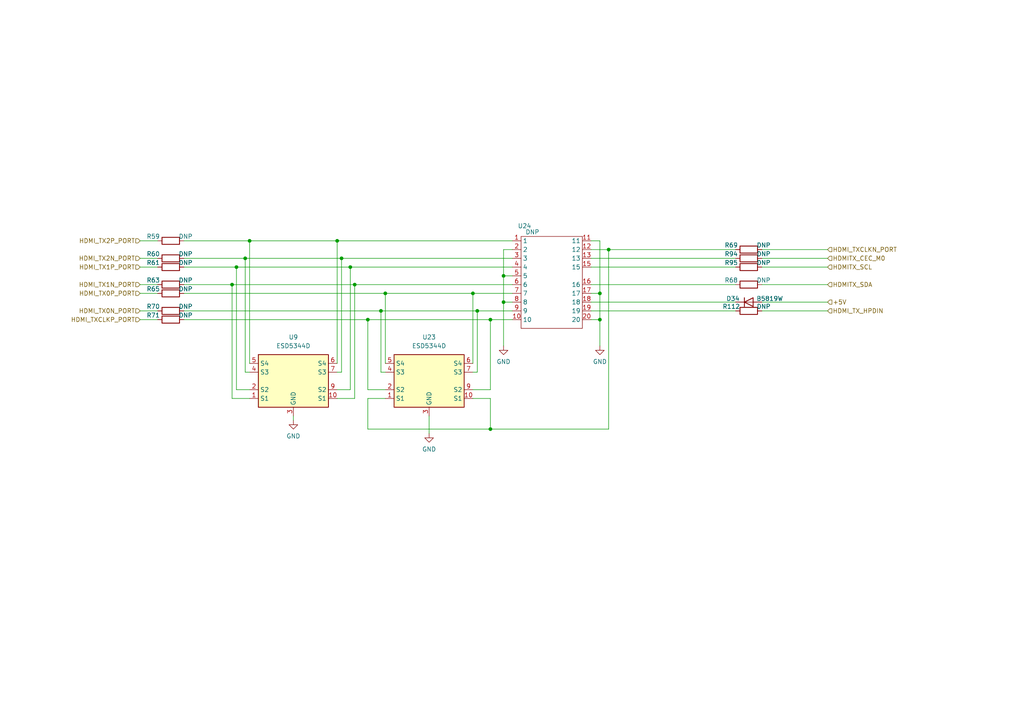
<source format=kicad_sch>
(kicad_sch (version 20231120) (generator "eeschema") (generator_version "8.0")
  (paper "A4")
  (lib_symbols
    (symbol "Device:R" (pin_numbers hide) (pin_names (offset 0))
      (property "Reference" "R" (at 2.032 0 90))
      (property "Value" "R" (at 0 0 90))
      (symbol "R_0_1"
        (rectangle (start -1.016 -2.54) (end 1.016 2.54) (stroke (width 0.254)))
      )
      (symbol "R_1_1"
        (pin passive line (at 0 3.81 270) (length 1.27) (name "~") (number "1"))
        (pin passive line (at 0 -3.81 90) (length 1.27) (name "~") (number "2"))
      )
    )
    (symbol "Interface_USB:FSUSB30MUX"
      (property "Reference" "U21" (at 2.1941 12.7 0))
      (property "Value" "ESD4" (at 2.1941 10.16 0))
      (symbol "FSUSB30MUX_0_1"
        (rectangle (start -10.16 7.62) (end 10.16 -7.62) (stroke (width 0.254)) (fill (type background)))
      )
      (symbol "FSUSB30MUX_1_1"
        (pin bidirectional line (at -12.7 -5.08 0) (length 2.54) (name "S1") (number "1"))
        (pin bidirectional line (at 12.7 -5.08 180) (length 2.54) (name "S1") (number "10"))
        (pin bidirectional line (at -12.7 -2.54 0) (length 2.54) (name "S2") (number "2"))
        (pin unspecified line (at 0 -10.16 90) (length 2.54) (name "GND") (number "3"))
        (pin bidirectional line (at -12.7 2.54 0) (length 2.54) (name "S3") (number "4"))
        (pin bidirectional line (at -12.7 5.08 0) (length 2.54) (name "S4") (number "5"))
        (pin bidirectional line (at 12.7 5.08 180) (length 2.54) (name "S4") (number "6"))
        (pin bidirectional line (at 12.7 2.54 180) (length 2.54) (name "S3") (number "7"))
        (pin bidirectional line (at 12.7 -2.54 180) (length 2.54) (name "S2") (number "9"))
      )
    )
    (symbol "Library:D" (pin_numbers hide) (pin_names (offset 1.016) hide)
      (property "Reference" "D" (at 0 2.54 0))
      (property "Value" "D" (at 0 -2.54 0))
      (symbol "D_0_1"
        (polyline (pts (xy -1.27 1.27) (xy -1.27 -1.27)) (stroke (width 0.254)))
        (polyline (pts (xy 1.27 0) (xy -1.27 0)))
        (polyline (pts (xy 1.27 1.27) (xy 1.27 -1.27) (xy -1.27 0) (xy 1.27 1.27)) (stroke (width 0.254)))
      )
      (symbol "D_1_1"
        (pin passive line (at -3.81 0 0) (length 2.54) (name "K") (number "1"))
        (pin passive line (at 3.81 0 180) (length 2.54) (name "A") (number "2"))
      )
    )
    (symbol "Library:GND" (power) (pin_names (offset 0))
      (property "Value" "GND" (at 0 -3.81 0))
      (symbol "GND_0_1"
        (polyline (pts (xy 0 0) (xy 0 -1.27) (xy 1.27 -1.27) (xy 0 -2.54) (xy -1.27 -1.27) (xy 0 -1.27)))
      )
      (symbol "GND_1_1"
        (pin power_in line (at 0 0 270) (length 0) hide (name "GND") (number "1"))
      )
    )
    (symbol "Library:HDMI_2.0"
      (property "Reference" "U9" (at -7.874 29.718 0))
      (property "Value" "HDMI_A" (at -5.588 27.94 0))
      (symbol "HDMI_2.0_0_1"
        (rectangle (start -8.89 26.67) (end 8.89 0))
      )
      (symbol "HDMI_2.0_1_1"
        (pin input line (at -11.43 25.4 0) (length 2.54) (name "1") (number "1"))
        (pin passive line (at -11.43 2.54 0) (length 2.54) (name "10") (number "10"))
        (pin passive line (at 11.43 25.4 180) (length 2.54) (name "11") (number "11"))
        (pin passive line (at 11.43 22.86 180) (length 2.54) (name "12") (number "12"))
        (pin passive line (at 11.43 20.32 180) (length 2.54) (name "13") (number "13"))
        (pin passive line (at 11.43 17.78 180) (length 2.54) (name "15") (number "15"))
        (pin passive line (at 11.43 12.7 180) (length 2.54) (name "16") (number "16"))
        (pin passive line (at 11.43 10.16 180) (length 2.54) (name "17") (number "17"))
        (pin passive line (at 11.43 7.62 180) (length 2.54) (name "18") (number "18"))
        (pin passive line (at 11.43 5.08 180) (length 2.54) (name "19") (number "19"))
        (pin passive line (at -11.43 22.86 0) (length 2.54) (name "2") (number "2"))
        (pin passive line (at 11.43 2.54 180) (length 2.54) (name "20") (number "20"))
        (pin passive line (at -11.43 20.32 0) (length 2.54) (name "3") (number "3"))
        (pin passive line (at -11.43 17.78 0) (length 2.54) (name "4") (number "4"))
        (pin passive line (at -11.43 15.24 0) (length 2.54) (name "5") (number "5"))
        (pin passive line (at -11.43 12.7 0) (length 2.54) (name "6") (number "6"))
        (pin passive line (at -11.43 10.16 0) (length 2.54) (name "7") (number "7"))
        (pin passive line (at -11.43 7.62 0) (length 2.54) (name "8") (number "8"))
        (pin passive line (at -11.43 5.08 0) (length 2.54) (name "9") (number "9"))
      )
    )
  )
  (junction (at 173.99 92.71))
  (junction (at 102.87 82.55))
  (junction (at 99.06 74.93))
  (junction (at 68.58 77.47))
  (junction (at 110.49 90.17))
  (junction (at 106.68 92.71))
  (junction (at 173.99 85.09))
  (junction (at 142.24 124.46))
  (junction (at 138.43 90.17))
  (junction (at 72.39 69.85))
  (junction (at 146.05 87.63))
  (junction (at 97.79 69.85))
  (junction (at 142.24 92.71))
  (junction (at 71.12 74.93))
  (junction (at 176.53 72.39))
  (junction (at 111.76 85.09))
  (junction (at 67.31 82.55))
  (junction (at 137.16 85.09))
  (junction (at 101.6 77.47))
  (junction (at 146.05 80.01))
  (wire (pts (xy 146.05 80.01) (xy 146.05 87.63)))
  (wire (pts (xy 146.05 100.33) (xy 146.05 87.63)))
  (wire (pts (xy 146.05 72.39) (xy 146.05 80.01)))
  (wire (pts (xy 176.53 72.39) (xy 213.36 72.39)))
  (wire (pts (xy 148.59 72.39) (xy 146.05 72.39)))
  (wire (pts (xy 137.16 85.09) (xy 111.76 85.09)))
  (wire (pts (xy 97.79 115.57) (xy 102.87 115.57)))
  (wire (pts (xy 138.43 90.17) (xy 148.59 90.17)))
  (wire (pts (xy 148.59 82.55) (xy 102.87 82.55)))
  (wire (pts (xy 173.99 85.09) (xy 173.99 92.71)))
  (wire (pts (xy 106.68 115.57) (xy 106.68 124.46)))
  (wire (pts (xy 68.58 113.03) (xy 68.58 77.47)))
  (wire (pts (xy 137.16 115.57) (xy 142.24 115.57)))
  (wire (pts (xy 111.76 107.95) (xy 110.49 107.95)))
  (wire (pts (xy 97.79 113.03) (xy 101.6 113.03)))
  (wire (pts (xy 213.36 90.17) (xy 171.45 90.17)))
  (wire (pts (xy 110.49 90.17) (xy 138.43 90.17)))
  (wire (pts (xy 106.68 124.46) (xy 142.24 124.46)))
  (wire (pts (xy 171.45 77.47) (xy 213.36 77.47)))
  (wire (pts (xy 71.12 74.93) (xy 99.06 74.93)))
  (wire (pts (xy 220.98 82.55) (xy 240.03 82.55)))
  (wire (pts (xy 142.24 92.71) (xy 148.59 92.71)))
  (wire (pts (xy 45.72 85.09) (xy 40.64 85.09)))
  (wire (pts (xy 220.98 74.93) (xy 240.03 74.93)))
  (wire (pts (xy 220.98 87.63) (xy 240.03 87.63)))
  (wire (pts (xy 138.43 107.95) (xy 138.43 90.17)))
  (wire (pts (xy 171.45 69.85) (xy 173.99 69.85)))
  (wire (pts (xy 97.79 105.41) (xy 97.79 69.85)))
  (wire (pts (xy 220.98 90.17) (xy 240.03 90.17)))
  (wire (pts (xy 111.76 115.57) (xy 106.68 115.57)))
  (wire (pts (xy 99.06 74.93) (xy 148.59 74.93)))
  (wire (pts (xy 68.58 77.47) (xy 101.6 77.47)))
  (wire (pts (xy 102.87 115.57) (xy 102.87 82.55)))
  (wire (pts (xy 53.34 69.85) (xy 72.39 69.85)))
  (wire (pts (xy 53.34 77.47) (xy 68.58 77.47)))
  (wire (pts (xy 137.16 113.03) (xy 142.24 113.03)))
  (wire (pts (xy 173.99 92.71) (xy 173.99 100.33)))
  (wire (pts (xy 220.98 77.47) (xy 240.03 77.47)))
  (wire (pts (xy 148.59 85.09) (xy 137.16 85.09)))
  (wire (pts (xy 171.45 87.63) (xy 213.36 87.63)))
  (wire (pts (xy 110.49 107.95) (xy 110.49 90.17)))
  (wire (pts (xy 53.34 92.71) (xy 106.68 92.71)))
  (wire (pts (xy 124.46 120.65) (xy 124.46 125.73)))
  (wire (pts (xy 67.31 115.57) (xy 67.31 82.55)))
  (wire (pts (xy 111.76 85.09) (xy 111.76 105.41)))
  (wire (pts (xy 137.16 107.95) (xy 138.43 107.95)))
  (wire (pts (xy 40.64 69.85) (xy 45.72 69.85)))
  (wire (pts (xy 171.45 74.93) (xy 213.36 74.93)))
  (wire (pts (xy 71.12 107.95) (xy 71.12 74.93)))
  (wire (pts (xy 171.45 82.55) (xy 213.36 82.55)))
  (wire (pts (xy 106.68 92.71) (xy 142.24 92.71)))
  (wire (pts (xy 101.6 113.03) (xy 101.6 77.47)))
  (wire (pts (xy 142.24 115.57) (xy 142.24 124.46)))
  (wire (pts (xy 72.39 105.41) (xy 72.39 69.85)))
  (wire (pts (xy 40.64 90.17) (xy 45.72 90.17)))
  (wire (pts (xy 40.64 92.71) (xy 45.72 92.71)))
  (wire (pts (xy 137.16 85.09) (xy 137.16 105.41)))
  (wire (pts (xy 148.59 80.01) (xy 146.05 80.01)))
  (wire (pts (xy 40.64 74.93) (xy 45.72 74.93)))
  (wire (pts (xy 171.45 92.71) (xy 173.99 92.71)))
  (wire (pts (xy 176.53 124.46) (xy 176.53 72.39)))
  (wire (pts (xy 173.99 69.85) (xy 173.99 85.09)))
  (wire (pts (xy 53.34 74.93) (xy 71.12 74.93)))
  (wire (pts (xy 220.98 72.39) (xy 240.03 72.39)))
  (wire (pts (xy 72.39 69.85) (xy 97.79 69.85)))
  (wire (pts (xy 101.6 77.47) (xy 148.59 77.47)))
  (wire (pts (xy 99.06 107.95) (xy 99.06 74.93)))
  (wire (pts (xy 173.99 85.09) (xy 171.45 85.09)))
  (wire (pts (xy 72.39 115.57) (xy 67.31 115.57)))
  (wire (pts (xy 111.76 85.09) (xy 53.34 85.09)))
  (wire (pts (xy 106.68 113.03) (xy 106.68 92.71)))
  (wire (pts (xy 146.05 87.63) (xy 148.59 87.63)))
  (wire (pts (xy 72.39 107.95) (xy 71.12 107.95)))
  (wire (pts (xy 142.24 124.46) (xy 176.53 124.46)))
  (wire (pts (xy 40.64 77.47) (xy 45.72 77.47)))
  (wire (pts (xy 102.87 82.55) (xy 67.31 82.55)))
  (wire (pts (xy 97.79 69.85) (xy 148.59 69.85)))
  (wire (pts (xy 97.79 107.95) (xy 99.06 107.95)))
  (wire (pts (xy 85.09 120.65) (xy 85.09 121.92)))
  (wire (pts (xy 171.45 72.39) (xy 176.53 72.39)))
  (wire (pts (xy 142.24 113.03) (xy 142.24 92.71)))
  (wire (pts (xy 53.34 90.17) (xy 110.49 90.17)))
  (wire (pts (xy 111.76 113.03) (xy 106.68 113.03)))
  (wire (pts (xy 72.39 113.03) (xy 68.58 113.03)))
  (wire (pts (xy 67.31 82.55) (xy 53.34 82.55)))
  (wire (pts (xy 45.72 82.55) (xy 40.64 82.55)))
  (hierarchical_label "HDMI_TX2N_PORT" (shape input) (at 40.64 74.93 180))
  (hierarchical_label "HDMI_TX_HPDIN" (shape input) (at 240.03 90.17 0))
  (hierarchical_label "HDMITX_SCL" (shape input) (at 240.03 77.47 0))
  (hierarchical_label "+5V" (shape input) (at 240.03 87.63 0))
  (hierarchical_label "HDMI_TXCLKP_PORT" (shape input) (at 40.64 92.71 180))
  (hierarchical_label "HDMI_TX1N_PORT" (shape input) (at 40.64 82.55 180))
  (hierarchical_label "HDMI_TXCLKN_PORT" (shape input) (at 240.03 72.39 0))
  (hierarchical_label "HDMITX_SDA" (shape input) (at 240.03 82.55 0))
  (hierarchical_label "HDMI_TX0N_PORT" (shape input) (at 40.64 90.17 180))
  (hierarchical_label "HDMI_TX0P_PORT" (shape input) (at 40.64 85.09 180))
  (hierarchical_label "HDMITX_CEC_M0" (shape input) (at 240.03 74.93 0))
  (hierarchical_label "HDMI_TX2P_PORT" (shape input) (at 40.64 69.85 180))
  (hierarchical_label "HDMI_TX1P_PORT" (shape input) (at 40.64 77.47 180))
  (symbol (lib_id "Device:R") (at 49.53 85.09 90) (unit 1)
    (property "Reference" "R65" (at 44.45 83.82 90))
    (property "Value" "DNP" (at 53.848 83.82 90))
    (property "Footprint" "Resistor_SMD:R_0201_0603Metric" (effects (hide yes)))
    (property "Description" "Resistor" (effects (hide yes)))
  )
  (symbol (lib_id "Device:R") (at 217.17 77.47 90) (unit 1)
    (property "Reference" "R95" (at 212.09 76.2 90))
    (property "Value" "DNP" (at 221.488 76.2 90))
    (property "Footprint" "Resistor_SMD:R_0201_0603Metric" (effects (hide yes)))
    (property "Description" "Resistor" (effects (hide yes)))
  )
  (symbol (lib_id "Device:R") (at 49.53 90.17 90) (unit 1)
    (property "Reference" "R70" (at 44.45 88.9 90))
    (property "Value" "DNP" (at 53.848 88.9 90))
    (property "Footprint" "Resistor_SMD:R_0201_0603Metric" (effects (hide yes)))
    (property "Description" "Resistor" (effects (hide yes)))
  )
  (symbol (lib_id "Device:R") (at 49.53 82.55 90) (unit 1)
    (property "Reference" "R63" (at 44.45 81.28 90))
    (property "Value" "DNP" (at 53.848 81.28 90))
    (property "Footprint" "Resistor_SMD:R_0201_0603Metric" (effects (hide yes)))
    (property "Description" "Resistor" (effects (hide yes)))
  )
  (symbol (lib_id "Device:R") (at 217.17 74.93 90) (unit 1)
    (property "Reference" "R94" (at 212.09 73.66 90))
    (property "Value" "DNP" (at 221.488 73.66 90))
    (property "Footprint" "Resistor_SMD:R_0201_0603Metric" (effects (hide yes)))
    (property "Description" "Resistor" (effects (hide yes)))
  )
  (symbol (lib_id "Interface_USB:FSUSB30MUX") (at 124.46 110.49 0) (unit 1)
    (property "Reference" "U23" (at 124.46 97.79 0))
    (property "Value" "ESD5344D" (at 124.46 100.33 0))
    (property "Footprint" "HDMI 2.0 TX:ESD5344D" (effects (hide yes)))
    (property "Datasheet" " " (effects (hide yes)))
    (property "Description" "ESD4" (effects (hide yes)))
    (property "MPN" "ESD5344D" (effects (hide yes)))
  )
  (symbol (lib_id "Library:HDMI_2.0") (at 160.02 95.25 0) (unit 1)
    (property "Reference" "U24" (at 152.146 65.532 0))
    (property "Value" "DNP" (at 154.432 67.31 0))
    (property "Footprint" "HDMI 2.0 TX:HDMI 19PIN" (effects (hide yes)))
    (property "Important" "Will not be assembled. It will be sent separately by ship." (effects (hide yes)))
  )
  (symbol (lib_id "Library:D") (at 217.17 87.63 0) (mirror x) (unit 1)
    (property "Reference" "D34" (at 212.598 86.614 0))
    (property "Value" "B5819W" (at 223.266 86.614 0))
    (property "Footprint" "Footprint:D_SOD-123" (effects (hide yes)))
    (property "Sim.Device" "D" (effects (hide yes)))
    (property "Sim.Pins" "1=K 2=A" (effects (hide yes)))
    (property "MPN" "B5819W" (effects (hide yes)))
  )
  (symbol (lib_id "Library:GND") (at 124.46 125.73 0) (unit 1)
    (property "Reference" "#PWR0235" (effects (hide yes)))
    (property "Value" "GND" (at 124.46 130.302 0))
    (property "Description" "Power symbol creates a global label with name \"GND\" , ground" (effects (hide yes)))
  )
  (symbol (lib_id "Interface_USB:FSUSB30MUX") (at 85.09 110.49 0) (unit 1)
    (property "Reference" "U9" (at 85.09 97.79 0))
    (property "Value" "ESD5344D" (at 85.09 100.33 0))
    (property "Footprint" "HDMI 2.0 TX:ESD5344D" (effects (hide yes)))
    (property "Datasheet" " " (effects (hide yes)))
    (property "Description" "ESD4" (effects (hide yes)))
    (property "MPN" "ESD5344D" (effects (hide yes)))
  )
  (symbol (lib_id "Library:GND") (at 173.99 100.33 0) (unit 1)
    (property "Reference" "#PWR0253" (effects (hide yes)))
    (property "Value" "GND" (at 173.99 104.902 0))
    (property "Description" "Power symbol creates a global label with name \"GND\" , ground" (effects (hide yes)))
  )
  (symbol (lib_id "Device:R") (at 49.53 77.47 90) (unit 1)
    (property "Reference" "R61" (at 44.45 76.2 90))
    (property "Value" "DNP" (at 53.848 76.2 90))
    (property "Footprint" "Resistor_SMD:R_0201_0603Metric" (effects (hide yes)))
    (property "Description" "Resistor" (effects (hide yes)))
  )
  (symbol (lib_id "Device:R") (at 49.53 92.71 90) (unit 1)
    (property "Reference" "R71" (at 44.45 91.44 90))
    (property "Value" "DNP" (at 53.848 91.44 90))
    (property "Footprint" "Resistor_SMD:R_0201_0603Metric" (effects (hide yes)))
    (property "Description" "Resistor" (effects (hide yes)))
  )
  (symbol (lib_id "Library:GND") (at 146.05 100.33 0) (unit 1)
    (property "Reference" "#PWR0236" (effects (hide yes)))
    (property "Value" "GND" (at 146.05 104.902 0))
    (property "Description" "Power symbol creates a global label with name \"GND\" , ground" (effects (hide yes)))
  )
  (symbol (lib_id "Device:R") (at 217.17 90.17 90) (unit 1)
    (property "Reference" "R112" (at 212.09 88.9 90))
    (property "Value" "DNP" (at 221.488 88.9 90))
    (property "Footprint" "Resistor_SMD:R_0201_0603Metric" (effects (hide yes)))
    (property "Description" "Resistor" (effects (hide yes)))
  )
  (symbol (lib_id "Device:R") (at 49.53 74.93 90) (unit 1)
    (property "Reference" "R60" (at 44.45 73.66 90))
    (property "Value" "DNP" (at 53.848 73.66 90))
    (property "Footprint" "Resistor_SMD:R_0201_0603Metric" (effects (hide yes)))
    (property "Description" "Resistor" (effects (hide yes)))
  )
  (symbol (lib_id "Library:GND") (at 85.09 121.92 0) (unit 1)
    (property "Reference" "#PWR098" (effects (hide yes)))
    (property "Value" "GND" (at 85.09 126.492 0))
    (property "Description" "Power symbol creates a global label with name \"GND\" , ground" (effects (hide yes)))
  )
  (symbol (lib_id "Device:R") (at 217.17 82.55 90) (unit 1)
    (property "Reference" "R68" (at 212.09 81.28 90))
    (property "Value" "DNP" (at 221.488 81.28 90))
    (property "Footprint" "Resistor_SMD:R_0201_0603Metric" (effects (hide yes)))
    (property "Description" "Resistor" (effects (hide yes)))
  )
  (symbol (lib_id "Device:R") (at 217.17 72.39 90) (unit 1)
    (property "Reference" "R69" (at 212.09 71.12 90))
    (property "Value" "DNP" (at 221.488 71.12 90))
    (property "Footprint" "Resistor_SMD:R_0201_0603Metric" (effects (hide yes)))
    (property "Description" "Resistor" (effects (hide yes)))
  )
  (symbol (lib_id "Device:R") (at 49.53 69.85 90) (unit 1)
    (property "Reference" "R59" (at 44.45 68.58 90))
    (property "Value" "DNP" (at 53.848 68.58 90))
    (property "Footprint" "Resistor_SMD:R_0201_0603Metric" (effects (hide yes)))
    (property "Description" "Resistor" (effects (hide yes)))
  )
)
</source>
